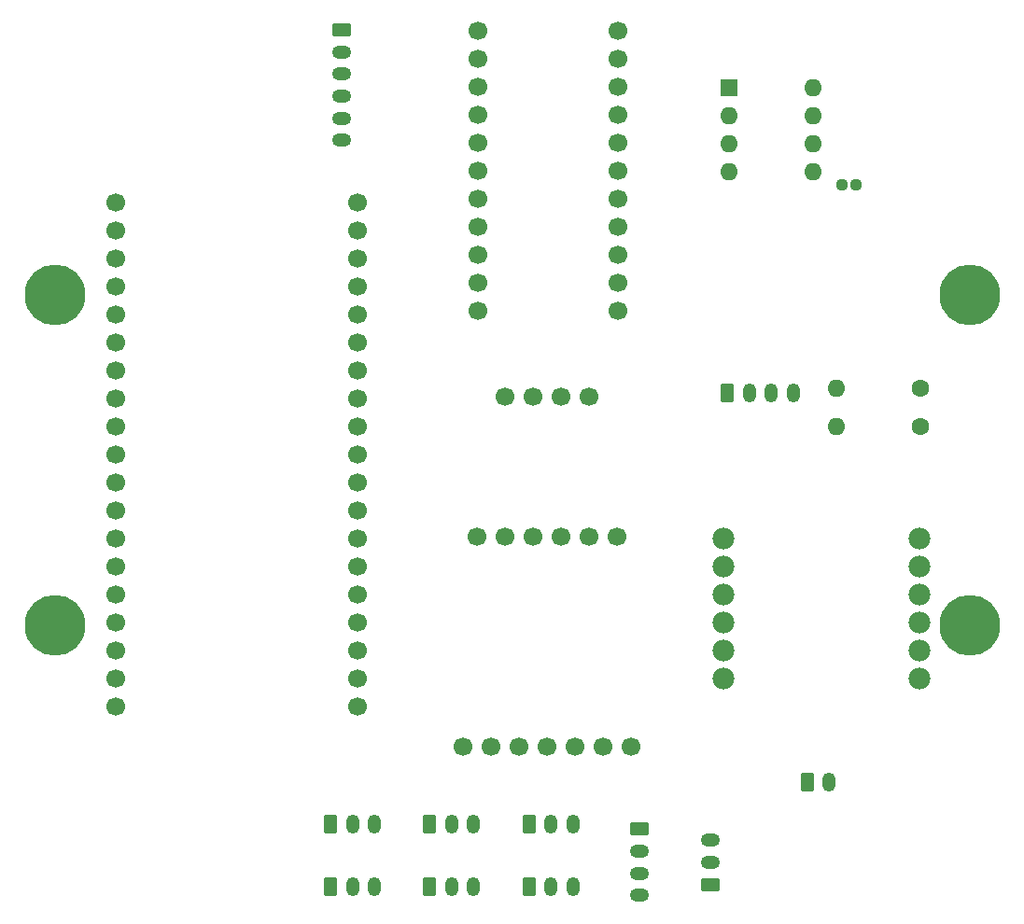
<source format=gbr>
%TF.GenerationSoftware,KiCad,Pcbnew,8.0.5*%
%TF.CreationDate,2025-04-28T01:27:17-04:00*%
%TF.ProjectId,CanSat_Sensor_Board,43616e53-6174-45f5-9365-6e736f725f42,rev?*%
%TF.SameCoordinates,Original*%
%TF.FileFunction,Soldermask,Bot*%
%TF.FilePolarity,Negative*%
%FSLAX46Y46*%
G04 Gerber Fmt 4.6, Leading zero omitted, Abs format (unit mm)*
G04 Created by KiCad (PCBNEW 8.0.5) date 2025-04-28 01:27:17*
%MOMM*%
%LPD*%
G01*
G04 APERTURE LIST*
G04 Aperture macros list*
%AMRoundRect*
0 Rectangle with rounded corners*
0 $1 Rounding radius*
0 $2 $3 $4 $5 $6 $7 $8 $9 X,Y pos of 4 corners*
0 Add a 4 corners polygon primitive as box body*
4,1,4,$2,$3,$4,$5,$6,$7,$8,$9,$2,$3,0*
0 Add four circle primitives for the rounded corners*
1,1,$1+$1,$2,$3*
1,1,$1+$1,$4,$5*
1,1,$1+$1,$6,$7*
1,1,$1+$1,$8,$9*
0 Add four rect primitives between the rounded corners*
20,1,$1+$1,$2,$3,$4,$5,0*
20,1,$1+$1,$4,$5,$6,$7,0*
20,1,$1+$1,$6,$7,$8,$9,0*
20,1,$1+$1,$8,$9,$2,$3,0*%
G04 Aperture macros list end*
%ADD10C,1.600000*%
%ADD11O,1.600000X1.600000*%
%ADD12RoundRect,0.250000X-0.350000X-0.625000X0.350000X-0.625000X0.350000X0.625000X-0.350000X0.625000X0*%
%ADD13O,1.200000X1.750000*%
%ADD14RoundRect,0.250000X-0.625000X0.350000X-0.625000X-0.350000X0.625000X-0.350000X0.625000X0.350000X0*%
%ADD15O,1.750000X1.200000*%
%ADD16C,1.700000*%
%ADD17C,1.114000*%
%ADD18C,1.982000*%
%ADD19RoundRect,0.250000X0.625000X-0.350000X0.625000X0.350000X-0.625000X0.350000X-0.625000X-0.350000X0*%
%ADD20R,1.600000X1.600000*%
%ADD21C,3.000000*%
%ADD22C,5.504000*%
G04 APERTURE END LIST*
D10*
%TO.C,R2*%
X187000000Y-97000000D03*
D11*
X179380000Y-97000000D03*
%TD*%
D12*
%TO.C,J9*%
X133500000Y-138750000D03*
D13*
X135500000Y-138750000D03*
X137500000Y-138750000D03*
%TD*%
D14*
%TO.C,J2*%
X134500000Y-61000000D03*
D15*
X134500000Y-63000000D03*
X134500000Y-65000000D03*
X134500000Y-67000000D03*
X134500000Y-69000000D03*
X134500000Y-71000000D03*
%TD*%
D16*
%TO.C,SparkFunXBeeExplorer_U2*%
X146900000Y-86500000D03*
X146900000Y-83960000D03*
X146900000Y-81420000D03*
X146900000Y-78880000D03*
X146900000Y-76340000D03*
X146900000Y-73800000D03*
X146900000Y-71260000D03*
X146900000Y-68720000D03*
X146900000Y-66180000D03*
X146900000Y-63640000D03*
X146900000Y-61100000D03*
X159600000Y-61100000D03*
X159600000Y-63640000D03*
X159600000Y-66180000D03*
X159600000Y-68720000D03*
X159600000Y-71260000D03*
X159600000Y-73800000D03*
X159600000Y-76340000D03*
X159600000Y-78880000D03*
X159600000Y-81420000D03*
X159600000Y-83960000D03*
X159600000Y-86500000D03*
%TD*%
%TO.C,ESP32-DEVKIT-32_U1*%
X114000000Y-76670000D03*
X114000000Y-79210000D03*
X114000000Y-81750000D03*
X114000000Y-84290000D03*
X114000000Y-86830000D03*
X114000000Y-89370000D03*
X114000000Y-91910000D03*
X114000000Y-94450000D03*
X114000000Y-96990000D03*
X114000000Y-99530000D03*
X114000000Y-102070000D03*
X114000000Y-104610000D03*
X114000000Y-107150000D03*
X114000000Y-109690000D03*
X114000000Y-112230000D03*
X114000000Y-114770000D03*
X114000000Y-117310000D03*
X114000000Y-119850000D03*
X114000000Y-122390000D03*
X136000000Y-76670000D03*
X136000000Y-79210000D03*
X136000000Y-81750000D03*
X136000000Y-84290000D03*
X136000000Y-86830000D03*
X136000000Y-89370000D03*
X136000000Y-91910000D03*
X136000000Y-94450000D03*
X136000000Y-96990000D03*
X136000000Y-99530000D03*
X136000000Y-102070000D03*
X136000000Y-104610000D03*
X136000000Y-107150000D03*
X136000000Y-109690000D03*
X136000000Y-112230000D03*
X136000000Y-114770000D03*
X136000000Y-117310000D03*
X136000000Y-119850000D03*
X136000000Y-122390000D03*
%TD*%
D17*
%TO.C,Y1*%
X181135000Y-75000000D03*
X179865000Y-75000000D03*
%TD*%
D16*
%TO.C,Adafruit_BME280_STEMMA_QT_U3*%
X145540000Y-126000000D03*
X148080000Y-126000000D03*
X150620000Y-126000000D03*
X153160000Y-126000000D03*
X155700000Y-126000000D03*
X158240000Y-126000000D03*
X160780000Y-126000000D03*
%TD*%
D12*
%TO.C,J8*%
X133500000Y-133000000D03*
D13*
X135500000Y-133000000D03*
X137500000Y-133000000D03*
%TD*%
D12*
%TO.C,J4*%
X169500000Y-93950000D03*
D13*
X171500000Y-93950000D03*
X173500000Y-93950000D03*
X175500000Y-93950000D03*
%TD*%
D12*
%TO.C,J11*%
X151500000Y-138750000D03*
D13*
X153500000Y-138750000D03*
X155500000Y-138750000D03*
%TD*%
D18*
%TO.C,Adafruit_BNO085_U5*%
X169110000Y-107150000D03*
X169110000Y-109690000D03*
X169110000Y-112230000D03*
X169110000Y-114770000D03*
X169110000Y-117310000D03*
X169110000Y-119850000D03*
X186890000Y-107150000D03*
X186890000Y-109690000D03*
X186890000Y-112230000D03*
X186890000Y-114770000D03*
X186890000Y-117310000D03*
X186890000Y-119850000D03*
%TD*%
D10*
%TO.C,R3*%
X187000000Y-93500000D03*
D11*
X179380000Y-93500000D03*
%TD*%
D16*
%TO.C,Adafruit_LIS3MDL_U4*%
X149350000Y-94300000D03*
X151890000Y-94300000D03*
X154430000Y-94300000D03*
X156970000Y-94300000D03*
X146810000Y-107000000D03*
X149350000Y-107000000D03*
X151890000Y-107000000D03*
X154430000Y-107000000D03*
X156970000Y-107000000D03*
X159510000Y-107000000D03*
%TD*%
D12*
%TO.C,J10*%
X142500000Y-138750000D03*
D13*
X144500000Y-138750000D03*
X146500000Y-138750000D03*
%TD*%
D19*
%TO.C,J3*%
X167950000Y-138500000D03*
D15*
X167950000Y-136500000D03*
X167950000Y-134500000D03*
%TD*%
D12*
%TO.C,J6*%
X142500000Y-133000000D03*
D13*
X144500000Y-133000000D03*
X146500000Y-133000000D03*
%TD*%
D12*
%TO.C,J5*%
X176750000Y-129250000D03*
D13*
X178750000Y-129250000D03*
%TD*%
D14*
%TO.C,J1*%
X161500000Y-133500000D03*
D15*
X161500000Y-135500000D03*
X161500000Y-137500000D03*
X161500000Y-139500000D03*
%TD*%
D20*
%TO.C,DS1307+_U6*%
X169700000Y-66200000D03*
D11*
X169700000Y-68740000D03*
X169700000Y-71280000D03*
X169700000Y-73820000D03*
X177320000Y-73820000D03*
X177320000Y-71280000D03*
X177320000Y-68740000D03*
X177320000Y-66200000D03*
%TD*%
D12*
%TO.C,J7*%
X151500000Y-133000000D03*
D13*
X153500000Y-133000000D03*
X155500000Y-133000000D03*
%TD*%
D21*
%TO.C,REF\u002A\u002A*%
X108500000Y-85000000D03*
D22*
X108500000Y-85000000D03*
%TD*%
D21*
%TO.C,REF\u002A\u002A*%
X191500000Y-85000000D03*
D22*
X191500000Y-85000000D03*
%TD*%
D21*
%TO.C,REF\u002A\u002A*%
X108500000Y-115000000D03*
D22*
X108500000Y-115000000D03*
%TD*%
D21*
%TO.C,REF\u002A\u002A*%
X191500000Y-115000000D03*
D22*
X191500000Y-115000000D03*
%TD*%
M02*

</source>
